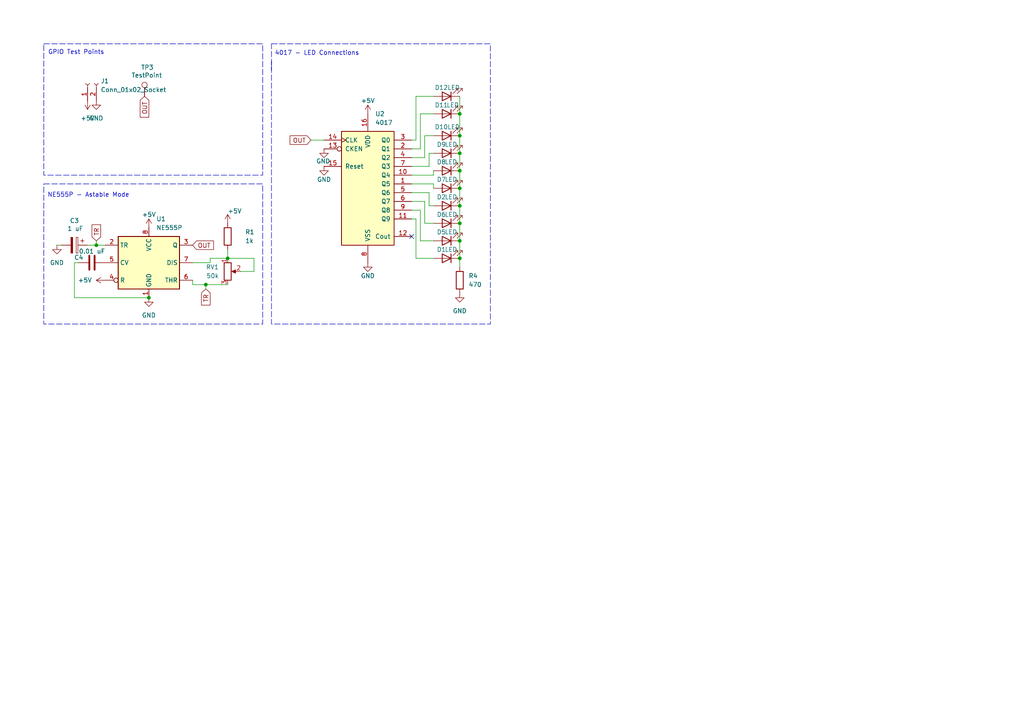
<source format=kicad_sch>
(kicad_sch (version 20250114) (generator "eeschema") (generator_version "9.0")
  (paper "A4")
  (lib_symbols
    (symbol "4xxx:4017" (pin_names (offset 1.016))
      (property "Reference" "U" (at -7.62 16.51 0))
      (property "Value" "4017" (at -7.62 -19.05 0))
      (symbol "4017_1_0"
        (pin input clock (at -12.7 12.7 0) (length 5.08) (name "CLK") (number "14"))
        (pin input inverted (at -12.7 10.16 0) (length 5.08) (name "CKEN") (number "13"))
        (pin input line (at -12.7 5.08 0) (length 5.08) (name "Reset") (number "15"))
        (pin power_in line (at 0 20.32 270) (length 5.08) (name "VDD") (number "16"))
        (pin power_in line (at 0 -22.86 90) (length 5.08) (name "VSS") (number "8"))
        (pin output line (at 12.7 12.7 180) (length 5.08) (name "Q0") (number "3"))
        (pin output line (at 12.7 10.16 180) (length 5.08) (name "Q1") (number "2"))
        (pin output line (at 12.7 7.62 180) (length 5.08) (name "Q2") (number "4"))
        (pin output line (at 12.7 5.08 180) (length 5.08) (name "Q3") (number "7"))
        (pin output line (at 12.7 2.54 180) (length 5.08) (name "Q4") (number "10"))
        (pin output line (at 12.7 0 180) (length 5.08) (name "Q5") (number "1"))
        (pin output line (at 12.7 -2.54 180) (length 5.08) (name "Q6") (number "5"))
        (pin output line (at 12.7 -5.08 180) (length 5.08) (name "Q7") (number "6"))
        (pin output line (at 12.7 -7.62 180) (length 5.08) (name "Q8") (number "9"))
        (pin output line (at 12.7 -10.16 180) (length 5.08) (name "Q9") (number "11"))
        (pin output line (at 12.7 -15.24 180) (length 5.08) (name "Cout") (number "12"))
      )
      (symbol "4017_1_1"
        (rectangle (start -7.62 15.24) (end 7.62 -17.78) (stroke (width 0.254)) (fill (type background)))
      )
    )
    (symbol "Connector:Conn_01x02_Socket" (pin_names (offset 1.016) (hide yes))
      (property "Reference" "J" (at 0 2.54 0))
      (property "Value" "Conn_01x02_Socket" (at 0 -5.08 0))
      (symbol "Conn_01x02_Socket_1_1"
        (polyline (pts (xy -1.27 0) (xy -0.508 0)) (stroke (width 0.1524)))
        (polyline (pts (xy -1.27 -2.54) (xy -0.508 -2.54)) (stroke (width 0.1524)))
        (arc (start 0 -0.508) (mid -0.5058 0) (end 0 0.508) (stroke (width 0.1524)))
        (arc (start 0 -3.048) (mid -0.5058 -2.54) (end 0 -2.032) (stroke (width 0.1524)))
        (pin passive line (at -5.08 0 0) (length 3.81) (name "Pin_1") (number "1"))
        (pin passive line (at -5.08 -2.54 0) (length 3.81) (name "Pin_2") (number "2"))
      )
    )
    (symbol "Connector:TestPoint" (pin_numbers (hide yes)) (pin_names (offset 0.762) (hide yes))
      (property "Reference" "TP" (at 0 6.858 0))
      (property "Value" "TestPoint" (at 0 5.08 0))
      (symbol "TestPoint_0_1"
        (circle (center 0 3.302) (radius 0.762))
      )
      (symbol "TestPoint_1_1"
        (pin passive line (at 0 0 90) (length 2.54) (name "1") (number "1"))
      )
    )
    (symbol "Device:C" (pin_numbers (hide yes)) (pin_names (offset 0.254))
      (property "Reference" "C" (at 0.635 2.54 0))
      (property "Value" "C" (at 0.635 -2.54 0))
      (symbol "C_0_1"
        (polyline (pts (xy -2.032 0.762) (xy 2.032 0.762)) (stroke (width 0.508)))
        (polyline (pts (xy -2.032 -0.762) (xy 2.032 -0.762)) (stroke (width 0.508)))
      )
      (symbol "C_1_1"
        (pin passive line (at 0 3.81 270) (length 2.794) (name "~") (number "1"))
        (pin passive line (at 0 -3.81 90) (length 2.794) (name "~") (number "2"))
      )
    )
    (symbol "Device:C_Polarized" (pin_numbers (hide yes)) (pin_names (offset 0.254))
      (property "Reference" "C" (at 0.635 2.54 0))
      (property "Value" "C_Polarized" (at 0.635 -2.54 0))
      (symbol "C_Polarized_0_1"
        (rectangle (start -2.286 0.508) (end 2.286 1.016))
        (polyline (pts (xy -1.778 2.286) (xy -0.762 2.286)))
        (polyline (pts (xy -1.27 2.794) (xy -1.27 1.778)))
        (rectangle (start 2.286 -0.508) (end -2.286 -1.016) (fill (type outline)))
      )
      (symbol "C_Polarized_1_1"
        (pin passive line (at 0 3.81 270) (length 2.794) (name "~") (number "1"))
        (pin passive line (at 0 -3.81 90) (length 2.794) (name "~") (number "2"))
      )
    )
    (symbol "Device:LED" (pin_numbers (hide yes)) (pin_names (offset 1.016) (hide yes))
      (property "Reference" "D" (at 0 2.54 0))
      (property "Value" "LED" (at 0 -2.54 0))
      (symbol "LED_0_1"
        (polyline (pts (xy -3.048 -0.762) (xy -4.572 -2.286) (xy -3.81 -2.286) (xy -4.572 -2.286) (xy -4.572 -1.524)))
        (polyline (pts (xy -1.778 -0.762) (xy -3.302 -2.286) (xy -2.54 -2.286) (xy -3.302 -2.286) (xy -3.302 -1.524)))
        (polyline (pts (xy -1.27 0) (xy 1.27 0)))
        (polyline (pts (xy -1.27 -1.27) (xy -1.27 1.27)) (stroke (width 0.254)))
        (polyline (pts (xy 1.27 -1.27) (xy 1.27 1.27) (xy -1.27 0) (xy 1.27 -1.27)) (stroke (width 0.254)))
      )
      (symbol "LED_1_1"
        (pin passive line (at -3.81 0 0) (length 2.54) (name "K") (number "1"))
        (pin passive line (at 3.81 0 180) (length 2.54) (name "A") (number "2"))
      )
    )
    (symbol "Device:R" (pin_numbers (hide yes)) (pin_names (offset 0))
      (property "Reference" "R" (at 2.032 0 90))
      (property "Value" "R" (at 0 0 90))
      (symbol "R_0_1"
        (rectangle (start -1.016 -2.54) (end 1.016 2.54) (stroke (width 0.254)))
      )
      (symbol "R_1_1"
        (pin passive line (at 0 3.81 270) (length 1.27) (name "~") (number "1"))
        (pin passive line (at 0 -3.81 90) (length 1.27) (name "~") (number "2"))
      )
    )
    (symbol "Device:R_Potentiometer" (pin_names (offset 1.016) (hide yes))
      (property "Reference" "RV" (at -4.445 0 90))
      (property "Value" "R_Potentiometer" (at -2.54 0 90))
      (symbol "R_Potentiometer_0_1"
        (rectangle (start 1.016 2.54) (end -1.016 -2.54) (stroke (width 0.254)))
        (polyline (pts (xy 1.143 0) (xy 2.286 0.508) (xy 2.286 -0.508) (xy 1.143 0)) (fill (type outline)))
        (polyline (pts (xy 2.54 0) (xy 1.524 0)))
      )
      (symbol "R_Potentiometer_1_1"
        (pin passive line (at 0 3.81 270) (length 1.27) (name "1") (number "1"))
        (pin passive line (at 0 -3.81 90) (length 1.27) (name "3") (number "3"))
        (pin passive line (at 3.81 0 180) (length 1.27) (name "2") (number "2"))
      )
    )
    (symbol "Timer:NE555P"
      (property "Reference" "U" (at -10.16 8.89 0))
      (property "Value" "NE555P" (at 2.54 8.89 0))
      (symbol "NE555P_0_0"
        (pin power_in line (at 0 10.16 270) (length 2.54) (name "VCC") (number "8"))
        (pin power_in line (at 0 -10.16 90) (length 2.54) (name "GND") (number "1"))
      )
      (symbol "NE555P_0_1"
        (rectangle (start -8.89 -7.62) (end 8.89 7.62) (stroke (width 0.254)) (fill (type background)))
        (rectangle (start -8.89 -7.62) (end 8.89 7.62) (stroke (width 0.254)) (fill (type background)))
      )
      (symbol "NE555P_1_1"
        (pin input line (at -12.7 5.08 0) (length 3.81) (name "TR") (number "2"))
        (pin input line (at -12.7 0 0) (length 3.81) (name "CV") (number "5"))
        (pin input inverted (at -12.7 -5.08 0) (length 3.81) (name "R") (number "4"))
        (pin output line (at 12.7 5.08 180) (length 3.81) (name "Q") (number "3"))
        (pin input line (at 12.7 0 180) (length 3.81) (name "DIS") (number "7"))
        (pin input line (at 12.7 -5.08 180) (length 3.81) (name "THR") (number "6"))
      )
    )
    (symbol "power:+5V" (power) (pin_numbers (hide yes)) (pin_names (offset 0) (hide yes))
      (property "Value" "+5V" (at 0 3.556 0))
      (symbol "+5V_0_1"
        (polyline (pts (xy -0.762 1.27) (xy 0 2.54)))
        (polyline (pts (xy 0 2.54) (xy 0.762 1.27)))
        (polyline (pts (xy 0 0) (xy 0 2.54)))
      )
      (symbol "+5V_1_1"
        (pin power_in line (at 0 0 90) (length 0) (name "~") (number "1"))
      )
    )
    (symbol "power:GND" (power) (pin_numbers (hide yes)) (pin_names (offset 0) (hide yes))
      (property "Value" "GND" (at 0 -3.81 0))
      (symbol "GND_0_1"
        (polyline (pts (xy 0 0) (xy 0 -1.27) (xy 1.27 -1.27) (xy 0 -2.54) (xy -1.27 -1.27) (xy 0 -1.27)))
      )
      (symbol "GND_1_1"
        (pin power_in line (at 0 0 270) (length 0) (name "~") (number "1"))
      )
    )
  )
  (rectangle (start 12.7 53.34) (end 76.2 93.98) (stroke (width 0) (type dash)))
  (rectangle (start 78.74 17.78) (end 78.74 20.32))
  (rectangle (start 78.74 12.7) (end 142.24 93.98) (stroke (width 0) (type dash)))
  (rectangle (start 78.74 20.32) (end 78.74 20.32))
  (rectangle (start 12.7 12.7) (end 76.2 50.8) (stroke (width 0) (type dash)))
  (rectangle (start 71.12 50.8) (end 71.12 50.8))
  (text "GPIO Test Points" (at 22.098 15.24 0) (effects (font (size 1.27 1.27))))
  (text "4017 - LED Connections" (at 91.948 15.494 0) (effects (font (size 1.27 1.27))))
  (text "NE555P - Astable Mode" (at 25.654 56.642 0) (effects (font (size 1.27 1.27))))
  (junction (at 59.69 82.55))
  (junction (at 133.35 39.37))
  (junction (at 133.35 69.85))
  (junction (at 133.35 64.77))
  (junction (at 133.35 54.61))
  (junction (at 133.35 33.02))
  (junction (at 27.94 71.12))
  (junction (at 133.35 74.93))
  (junction (at 133.35 49.53))
  (junction (at 133.35 59.69))
  (junction (at 66.04 74.93))
  (junction (at 133.35 44.45))
  (junction (at 43.18 86.36))
  (no_connect (at 119.38 68.58))
  (wire (pts (xy 124.46 59.69) (xy 125.73 59.69)))
  (wire (pts (xy 119.38 53.34) (xy 125.73 53.34)))
  (wire (pts (xy 123.19 64.77) (xy 125.73 64.77)))
  (wire (pts (xy 60.96 76.2) (xy 60.96 74.93)))
  (wire (pts (xy 125.73 53.34) (xy 125.73 54.61)))
  (wire (pts (xy 25.4 71.12) (xy 27.94 71.12)))
  (wire (pts (xy 133.35 64.77) (xy 133.35 69.85)))
  (wire (pts (xy 133.35 39.37) (xy 133.35 44.45)))
  (wire (pts (xy 133.35 27.94) (xy 133.35 33.02)))
  (wire (pts (xy 27.94 71.12) (xy 30.48 71.12)))
  (wire (pts (xy 21.59 86.36) (xy 43.18 86.36)))
  (wire (pts (xy 133.35 77.47) (xy 133.35 74.93)))
  (wire (pts (xy 124.46 55.88) (xy 124.46 59.69)))
  (wire (pts (xy 133.35 59.69) (xy 133.35 64.77)))
  (wire (pts (xy 55.88 76.2) (xy 60.96 76.2)))
  (wire (pts (xy 55.88 82.55) (xy 59.69 82.55)))
  (wire (pts (xy 121.92 69.85) (xy 125.73 69.85)))
  (wire (pts (xy 123.19 45.72) (xy 123.19 39.37)))
  (wire (pts (xy 121.92 33.02) (xy 125.73 33.02)))
  (wire (pts (xy 119.38 63.5) (xy 120.65 63.5)))
  (wire (pts (xy 120.65 27.94) (xy 125.73 27.94)))
  (wire (pts (xy 66.04 74.93) (xy 73.66 74.93)))
  (wire (pts (xy 90.17 40.64) (xy 93.98 40.64)))
  (wire (pts (xy 119.38 45.72) (xy 123.19 45.72)))
  (wire (pts (xy 133.35 69.85) (xy 133.35 74.93)))
  (wire (pts (xy 59.69 82.55) (xy 66.04 82.55)))
  (wire (pts (xy 123.19 39.37) (xy 125.73 39.37)))
  (wire (pts (xy 123.19 58.42) (xy 123.19 64.77)))
  (wire (pts (xy 73.66 78.74) (xy 73.66 74.93)))
  (wire (pts (xy 60.96 74.93) (xy 66.04 74.93)))
  (wire (pts (xy 21.59 76.2) (xy 21.59 86.36)))
  (wire (pts (xy 17.78 71.12) (xy 16.51 71.12)))
  (wire (pts (xy 119.38 55.88) (xy 124.46 55.88)))
  (wire (pts (xy 119.38 43.18) (xy 121.92 43.18)))
  (wire (pts (xy 121.92 43.18) (xy 121.92 33.02)))
  (wire (pts (xy 55.88 82.55) (xy 55.88 81.28)))
  (wire (pts (xy 119.38 60.96) (xy 121.92 60.96)))
  (wire (pts (xy 119.38 48.26) (xy 124.46 48.26)))
  (wire (pts (xy 120.65 40.64) (xy 120.65 27.94)))
  (wire (pts (xy 124.46 44.45) (xy 125.73 44.45)))
  (wire (pts (xy 66.04 72.39) (xy 66.04 74.93)))
  (wire (pts (xy 59.69 82.55) (xy 59.69 83.82)))
  (wire (pts (xy 121.92 60.96) (xy 121.92 69.85)))
  (wire (pts (xy 120.65 63.5) (xy 120.65 74.93)))
  (wire (pts (xy 133.35 33.02) (xy 133.35 39.37)))
  (wire (pts (xy 119.38 50.8) (xy 125.73 50.8)))
  (wire (pts (xy 27.94 69.85) (xy 27.94 71.12)))
  (wire (pts (xy 133.35 54.61) (xy 133.35 59.69)))
  (wire (pts (xy 133.35 44.45) (xy 133.35 49.53)))
  (wire (pts (xy 125.73 50.8) (xy 125.73 49.53)))
  (wire (pts (xy 119.38 40.64) (xy 120.65 40.64)))
  (wire (pts (xy 124.46 48.26) (xy 124.46 44.45)))
  (wire (pts (xy 69.85 78.74) (xy 73.66 78.74)))
  (wire (pts (xy 133.35 49.53) (xy 133.35 54.61)))
  (wire (pts (xy 21.59 76.2) (xy 22.86 76.2)))
  (wire (pts (xy 120.65 74.93) (xy 125.73 74.93)))
  (wire (pts (xy 119.38 58.42) (xy 123.19 58.42)))
  (global_label "TR" (shape input) (at 59.69 83.82 270) (property "Intersheetrefs" "${INTERSHEET_REFS}" (effects (hide yes))))
  (global_label "OUT" (shape input) (at 55.88 71.12 0) (property "Intersheetrefs" "${INTERSHEET_REFS}" (effects (hide yes))))
  (global_label "OUT" (shape input) (at 41.91 27.94 270) (property "Intersheetrefs" "${INTERSHEET_REFS}" (effects (hide yes))))
  (global_label "OUT" (shape input) (at 90.17 40.64 180) (property "Intersheetrefs" "${INTERSHEET_REFS}" (effects (hide yes))))
  (global_label "TR" (shape input) (at 27.94 69.85 90) (property "Intersheetrefs" "${INTERSHEET_REFS}" (effects (hide yes))))
  (symbol (lib_id "power:GND") (at 106.68 76.2 0) (unit 1)
    (property "Reference" "#PWR010" (effects (hide yes)))
    (property "Value" "GND" (at 106.68 80.01 0))
    (property "Description" "Power symbol creates a global label with name \"GND\" , ground" (effects (hide yes)))
  )
  (symbol (lib_id "Device:LED") (at 129.54 74.93 180) (unit 1)
    (property "Reference" "D1" (at 128.016 72.39 0))
    (property "Value" "LED" (at 130.81 72.39 0))
    (property "Footprint" "LED_THT:LED_D3.0mm" (effects (hide yes)))
    (property "Description" "Light emitting diode" (effects (hide yes)))
    (property "Sim.Pins" "1=K 2=A" (effects (hide yes)))
  )
  (symbol (lib_id "power:+5V") (at 66.04 64.77 0) (unit 1)
    (property "Reference" "#PWR06" (effects (hide yes)))
    (property "Value" "+5V" (at 68.072 61.214 0))
    (property "Description" "Power symbol creates a global label with name \"+5V\"" (effects (hide yes)))
  )
  (symbol (lib_id "Device:LED") (at 129.54 64.77 180) (unit 1)
    (property "Reference" "D6" (at 128.016 62.23 0))
    (property "Value" "LED" (at 130.81 62.23 0))
    (property "Footprint" "LED_THT:LED_D3.0mm" (effects (hide yes)))
    (property "Description" "Light emitting diode" (effects (hide yes)))
    (property "Sim.Pins" "1=K 2=A" (effects (hide yes)))
  )
  (symbol (lib_id "Device:LED") (at 129.54 33.02 180) (unit 1)
    (property "Reference" "D11" (at 128.016 30.48 0))
    (property "Value" "LED" (at 131.318 30.48 0))
    (property "Footprint" "LED_THT:LED_D3.0mm" (effects (hide yes)))
    (property "Description" "Light emitting diode" (effects (hide yes)))
    (property "Sim.Pins" "1=K 2=A" (effects (hide yes)))
  )
  (symbol (lib_id "Device:LED") (at 129.54 59.69 180) (unit 1)
    (property "Reference" "D2" (at 128.016 57.15 0))
    (property "Value" "LED" (at 130.81 57.15 0))
    (property "Footprint" "LED_THT:LED_D3.0mm" (effects (hide yes)))
    (property "Description" "Light emitting diode" (effects (hide yes)))
    (property "Sim.Pins" "1=K 2=A" (effects (hide yes)))
  )
  (symbol (lib_id "Connector:Conn_01x02_Socket") (at 25.4 24.13 90) (unit 1)
    (property "Reference" "J1" (at 29.21 23.4949 90) (effects (justify right)))
    (property "Value" "Conn_01x02_Socket" (at 29.21 26.0349 90) (effects (justify right)))
    (property "Footprint" "Connector_PinHeader_2.54mm:PinHeader_1x02_P2.54mm_Vertical" (effects (hide yes)))
    (property "Description" "Generic connector, single row, 01x02, script generated" (effects (hide yes)))
  )
  (symbol (lib_id "Device:LED") (at 129.54 27.94 180) (unit 1)
    (property "Reference" "D12" (at 128.016 25.4 0))
    (property "Value" "LED" (at 131.572 25.4 0))
    (property "Footprint" "LED_THT:LED_D3.0mm" (effects (hide yes)))
    (property "Description" "Light emitting diode" (effects (hide yes)))
    (property "Sim.Pins" "1=K 2=A" (effects (hide yes)))
  )
  (symbol (lib_id "4xxx:4017") (at 106.68 53.34 0) (unit 1)
    (property "Reference" "U2" (at 108.8233 33.02 0) (effects (justify left)))
    (property "Value" "4017" (at 108.8233 35.56 0) (effects (justify left)))
    (property "Footprint" "Custom_Imports:N16" (effects (hide yes)))
    (property "Datasheet" "http://www.intersil.com/content/dam/Intersil/documents/cd40/cd4017bms-22bms.pdf" (effects (hide yes)))
    (property "Description" "Johnson Counter ( 10 outputs )" (effects (hide yes)))
  )
  (symbol (lib_id "power:GND") (at 93.98 48.26 0) (unit 1)
    (property "Reference" "#PWR08" (effects (hide yes)))
    (property "Value" "GND" (at 93.98 52.07 0))
    (property "Description" "Power symbol creates a global label with name \"GND\" , ground" (effects (hide yes)))
  )
  (symbol (lib_id "Device:C_Polarized") (at 21.59 71.12 270) (unit 1)
    (property "Reference" "C3" (at 21.59 64.008 90))
    (property "Value" "1 uF" (at 21.844 66.294 90))
    (property "Footprint" "Capacitor_THT:CP_Radial_D5.0mm_P2.00mm" (effects (hide yes)))
    (property "Description" "Polarized capacitor" (effects (hide yes)))
  )
  (symbol (lib_id "Device:R") (at 133.35 81.28 0) (unit 1)
    (property "Reference" "R4" (at 135.89 80.0099 0) (effects (justify left)))
    (property "Value" "470" (at 135.89 82.5499 0) (effects (justify left)))
    (property "Footprint" "Resistor_THT:R_Axial_DIN0207_L6.3mm_D2.5mm_P7.62mm_Horizontal" (effects (hide yes)))
    (property "Description" "Resistor" (effects (hide yes)))
  )
  (symbol (lib_id "power:+5V") (at 25.4 29.21 180) (unit 1)
    (property "Reference" "#PWR01" (effects (hide yes)))
    (property "Value" "+5V" (at 25.4 34.29 0))
    (property "Description" "Power symbol creates a global label with name \"+5V\"" (effects (hide yes)))
  )
  (symbol (lib_id "power:GND") (at 133.35 85.09 0) (unit 1)
    (property "Reference" "#PWR012" (effects (hide yes)))
    (property "Value" "GND" (at 133.35 90.17 0))
    (property "Description" "Power symbol creates a global label with name \"GND\" , ground" (effects (hide yes)))
  )
  (symbol (lib_id "power:GND") (at 16.51 71.12 0) (unit 1)
    (property "Reference" "#PWR07" (effects (hide yes)))
    (property "Value" "GND" (at 16.51 76.2 0))
    (property "Description" "Power symbol creates a global label with name \"GND\" , ground" (effects (hide yes)))
  )
  (symbol (lib_id "Device:LED") (at 129.54 69.85 180) (unit 1)
    (property "Reference" "D5" (at 128.016 67.31 0))
    (property "Value" "LED" (at 130.81 67.31 0))
    (property "Footprint" "LED_THT:LED_D3.0mm" (effects (hide yes)))
    (property "Description" "Light emitting diode" (effects (hide yes)))
    (property "Sim.Pins" "1=K 2=A" (effects (hide yes)))
  )
  (symbol (lib_id "Connector:TestPoint") (at 41.91 27.94 0) (unit 1)
    (property "Reference" "TP3" (at 40.894 19.558 0) (effects (justify left)))
    (property "Value" "TestPoint" (at 38.1 21.8439 0) (effects (justify left)))
    (property "Footprint" "Connector_PinSocket_2.54mm:PinSocket_1x01_P2.54mm_Vertical" (effects (hide yes)))
    (property "Description" "test point" (effects (hide yes)))
  )
  (symbol (lib_id "Device:R") (at 66.04 68.58 0) (unit 1)
    (property "Reference" "R1" (at 71.12 67.3099 0) (effects (justify left)))
    (property "Value" "1k" (at 71.12 69.8499 0) (effects (justify left)))
    (property "Footprint" "Resistor_THT:R_Axial_DIN0207_L6.3mm_D2.5mm_P7.62mm_Horizontal" (effects (hide yes)))
    (property "Description" "Resistor" (effects (hide yes)))
  )
  (symbol (lib_id "Device:LED") (at 129.54 54.61 180) (unit 1)
    (property "Reference" "D7" (at 128.016 52.07 0))
    (property "Value" "LED" (at 130.81 52.07 0))
    (property "Footprint" "LED_THT:LED_D3.0mm" (effects (hide yes)))
    (property "Description" "Light emitting diode" (effects (hide yes)))
    (property "Sim.Pins" "1=K 2=A" (effects (hide yes)))
  )
  (symbol (lib_id "power:+5V") (at 106.68 33.02 0) (unit 1)
    (property "Reference" "#PWR011" (effects (hide yes)))
    (property "Value" "+5V" (at 104.648 29.21 0) (effects (justify left)))
    (property "Description" "Power symbol creates a global label with name \"+5V\"" (effects (hide yes)))
  )
  (symbol (lib_id "power:GND") (at 93.98 43.18 0) (unit 1)
    (property "Reference" "#PWR09" (effects (hide yes)))
    (property "Value" "GND" (at 93.726 46.736 0))
    (property "Description" "Power symbol creates a global label with name \"GND\" , ground" (effects (hide yes)))
  )
  (symbol (lib_id "power:GND") (at 43.18 86.36 0) (unit 1)
    (property "Reference" "#PWR04" (effects (hide yes)))
    (property "Value" "GND" (at 43.18 91.44 0))
    (property "Description" "Power symbol creates a global label with name \"GND\" , ground" (effects (hide yes)))
  )
  (symbol (lib_id "power:GND") (at 27.94 29.21 0) (unit 1)
    (property "Reference" "#PWR02" (effects (hide yes)))
    (property "Value" "GND" (at 27.94 34.29 0))
    (property "Description" "Power symbol creates a global label with name \"GND\" , ground" (effects (hide yes)))
  )
  (symbol (lib_id "power:+5V") (at 30.48 81.28 90) (unit 1)
    (property "Reference" "#PWR05" (effects (hide yes)))
    (property "Value" "+5V" (at 26.67 81.2799 90) (effects (justify left)))
    (property "Description" "Power symbol creates a global label with name \"+5V\"" (effects (hide yes)))
  )
  (symbol (lib_id "power:+5V") (at 43.18 66.04 0) (unit 1)
    (property "Reference" "#PWR03" (effects (hide yes)))
    (property "Value" "+5V" (at 41.148 62.23 0) (effects (justify left)))
    (property "Description" "Power symbol creates a global label with name \"+5V\"" (effects (hide yes)))
  )
  (symbol (lib_id "Device:R_Potentiometer") (at 66.04 78.74 0) (unit 1)
    (property "Reference" "RV1" (at 63.5 77.4699 0) (effects (justify right)))
    (property "Value" "50k" (at 63.5 80.0099 0) (effects (justify right)))
    (property "Footprint" "Potentiometer_THT:Potentiometer_Vishay_T93YA_Vertical" (effects (hide yes)))
    (property "Description" "Potentiometer" (effects (hide yes)))
  )
  (symbol (lib_id "Timer:NE555P") (at 43.18 76.2 0) (unit 1)
    (property "Reference" "U1" (at 45.3233 63.5 0) (effects (justify left)))
    (property "Value" "NE555P" (at 45.3233 66.04 0) (effects (justify left)))
    (property "Footprint" "Package_DIP:DIP-8_W7.62mm" (effects (hide yes)))
    (property "Datasheet" "http://www.ti.com/lit/ds/symlink/ne555.pdf" (effects (hide yes)))
    (property "Description" "Precision Timers, 555 compatible,  PDIP-8" (effects (hide yes)))
  )
  (symbol (lib_id "Device:LED") (at 129.54 39.37 180) (unit 1)
    (property "Reference" "D10" (at 128.016 36.83 0))
    (property "Value" "LED" (at 131.572 36.83 0))
    (property "Footprint" "LED_THT:LED_D3.0mm" (effects (hide yes)))
    (property "Description" "Light emitting diode" (effects (hide yes)))
    (property "Sim.Pins" "1=K 2=A" (effects (hide yes)))
  )
  (symbol (lib_id "Device:C") (at 26.67 76.2 90) (unit 1)
    (property "Reference" "C4" (at 22.86 74.676 90))
    (property "Value" "0.01 uF" (at 26.67 72.898 90))
    (property "Footprint" "Capacitor_THT:CP_Radial_D5.0mm_P2.00mm" (effects (hide yes)))
    (property "Description" "Unpolarized capacitor" (effects (hide yes)))
  )
  (symbol (lib_id "Device:LED") (at 129.54 44.45 180) (unit 1)
    (property "Reference" "D9" (at 128.016 41.91 0))
    (property "Value" "LED" (at 130.81 41.91 0))
    (property "Footprint" "LED_THT:LED_D3.0mm" (effects (hide yes)))
    (property "Description" "Light emitting diode" (effects (hide yes)))
    (property "Sim.Pins" "1=K 2=A" (effects (hide yes)))
  )
  (symbol (lib_id "Device:LED") (at 129.54 49.53 180) (unit 1)
    (property "Reference" "D8" (at 128.016 46.99 0))
    (property "Value" "LED" (at 130.81 46.99 0))
    (property "Footprint" "LED_THT:LED_D3.0mm" (effects (hide yes)))
    (property "Description" "Light emitting diode" (effects (hide yes)))
    (property "Sim.Pins" "1=K 2=A" (effects (hide yes)))
  )
)
</source>
